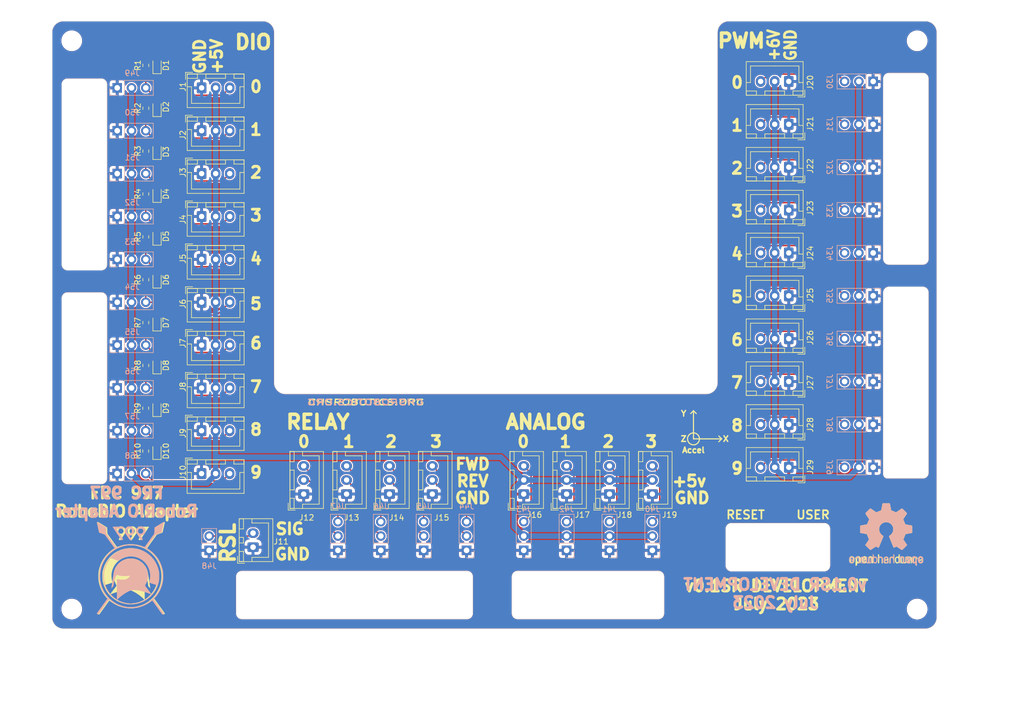
<source format=kicad_pcb>
(kicad_pcb (version 20221018) (generator pcbnew)
  (layers (0 "F.Cu" mixed) (1 "In1.Cu" power) (2 "In2.Cu" power) (31 "B.Cu" power) (34 "B.Paste" user) (35 "F.Paste" user) (36 "B.SilkS" user "B.Silkscreen") (37 "F.SilkS" user "F.Silkscreen") (38 "B.Mask" user) (39 "F.Mask" user) (44 "Edge.Cuts" user))
  (net 0 "")
  (net 1 "GND")
  (net 2 "+5V")
  (net 3 "Net-(D1-A)")
  (net 4 "Net-(D2-A)")
  (net 5 "Net-(D3-A)")
  (net 6 "Net-(D4-A)")
  (net 7 "Net-(D5-A)")
  (net 8 "Net-(D6-A)")
  (net 9 "Net-(D7-A)")
  (net 10 "Net-(D8-A)")
  (net 11 "DIO9")
  (net 12 "DIO8")
  (net 13 "DIO6")
  (net 14 "DIO7")
  (net 15 "DIO3")
  (net 16 "DIO1")
  (net 17 "DIO2")
  (net 18 "DIO4")
  (net 19 "DIO5")
  (net 20 "DIO0")
  (net 21 "Net-(D9-A)")
  (net 22 "RSL_SIG")
  (net 23 "R0REV")
  (net 24 "R0FWD")
  (net 25 "R1REV")
  (net 26 "R1FWD")
  (net 27 "R2REV")
  (net 28 "R2FWD")
  (net 29 "R3REV")
  (net 30 "R3FWD")
  (net 31 "A0")
  (net 32 "A1")
  (net 33 "A2")
  (net 34 "A3")
  (net 35 "+6V")
  (net 36 "PWM0")
  (net 37 "PWM1")
  (net 38 "PWM2")
  (net 39 "PWM3")
  (net 40 "PWM4")
  (net 41 "PWM5")
  (net 42 "PWM6")
  (net 43 "PWM7")
  (net 44 "PWM8")
  (net 45 "PWM9")
  (net 46 "Net-(D10-A)")
  (footprint "Connector_JST:JST_XH_B3B-XH-A_1x03_P2.50mm_Vertical" (layer "F.Cu") (at 186.4341 50.2218 180)
    (fp_text reference "J20")
    (fp_text value "Conn_01x03" hide)
  )
  (footprint "Connector_JST:JST_XH_B3B-XH-A_1x03_P2.50mm_Vertical" (layer "F.Cu") (at 82.0831 104.7044)
    (fp_text reference "J8")
    (fp_text value "Conn_01x03" hide)
  )
  (footprint "Connector_JST:JST_XH_B3B-XH-A_1x03_P2.50mm_Vertical" (layer "F.Cu") (at 162.1911 123.5592 90)
    (fp_text reference "J19")
    (fp_text value "Conn_01x03" hide)
  )
  (footprint "MountingHole:MountingHole_3.2mm_M3" (layer "F.Cu") (at 209.25 144)
    (fp_text reference "REF**" hide)
    (fp_text value "MountingHole_3.2mm_M3" hide)
  )
  (footprint "Resistor_SMD:R_0603_1608Metric" (layer "F.Cu") (at 72.1631 62.6044 90)
    (fp_text reference "R3")
    (fp_text value "680" hide)
  )
  (footprint "Connector_JST:JST_XH_B3B-XH-A_1x03_P2.50mm_Vertical" (layer "F.Cu") (at 186.4341 80.7018 180)
    (fp_text reference "J24")
    (fp_text value "Conn_01x03" hide)
  )
  (footprint "Connector_JST:JST_XH_B3B-XH-A_1x03_P2.50mm_Vertical" (layer "F.Cu") (at 186.4341 88.3218 180)
    (fp_text reference "J25")
    (fp_text value "Conn_01x03" hide)
  )
  (footprint "Connector_JST:JST_XH_B3B-XH-A_1x03_P2.50mm_Vertical" (layer "F.Cu") (at 100.225 123.5592 90)
    (fp_text reference "J12")
    (fp_text value "Conn_01x03" hide)
  )
  (footprint "Connector_JST:JST_XH_B3B-XH-A_1x03_P2.50mm_Vertical" (layer "F.Cu") (at 115.465 123.5592 90)
    (fp_text reference "J14")
    (fp_text value "Conn_01x03" hide)
  )
  (footprint "Connector_JST:JST_XH_B3B-XH-A_1x03_P2.50mm_Vertical" (layer "F.Cu") (at 82.0831 58.9844)
    (fp_text reference "J2")
    (fp_text value "Conn_01x03" hide)
  )
  (footprint "Connector_JST:JST_XH_B3B-XH-A_1x03_P2.50mm_Vertical" (layer "F.Cu") (at 186.4341 65.4618 180)
    (fp_text reference "J22")
    (fp_text value "Conn_01x03" hide)
  )
  (footprint "Connector_JST:JST_XH_B3B-XH-A_1x03_P2.50mm_Vertical" (layer "F.Cu") (at 82.0831 97.0844)
    (fp_text reference "J7")
    (fp_text value "Conn_01x03" hide)
  )
  (footprint "Connector_JST:JST_XH_B3B-XH-A_1x03_P2.50mm_Vertical" (layer "F.Cu") (at 139.3311 123.5592 90)
    (fp_text reference "J16")
    (fp_text value "Conn_01x03" hide)
  )
  (footprint "Resistor_SMD:R_0603_1608Metric" (layer "F.Cu") (at 72.1631 100.7044 90)
    (fp_text reference "R8")
    (fp_text value "680" hide)
  )
  (footprint "Connector_JST:JST_XH_B3B-XH-A_1x03_P2.50mm_Vertical" (layer "F.Cu") (at 186.4341 118.8018 180)
    (fp_text reference "J29")
    (fp_text value "Conn_01x03" hide)
  )
  (footprint "Connector_JST:JST_XH_B3B-XH-A_1x03_P2.50mm_Vertical" (layer "F.Cu") (at 82.0681 112.2994)
    (fp_text reference "J9")
    (fp_text value "Conn_01x03" hide)
  )
  (footprint "LED_SMD:LED_0603_1608Metric" (layer "F.Cu") (at 74.1481 115.9194 90)
    (fp_text reference "D10")
    (fp_text value "YELLOW" hide)
  )
  (footprint "Symbol:OSHW-Logo2_14.6x12mm_SilkScreen" (layer "F.Cu") (at 203.75 130.75)
    (fp_text reference "REF**" hide)
    (fp_text value "OSHW-Logo2_14.6x12mm_SilkScreen" hide)
  )
  (footprint "Connector_JST:JST_XH_B3B-XH-A_1x03_P2.50mm_Vertical" (layer "F.Cu") (at 107.845 123.5592 90)
    (fp_text reference "J13")
    (fp_text value "Conn_01x03" hide)
  )
  (footprint "Resistor_SMD:R_0603_1608Metric" (layer "F.Cu") (at 72.1631 93.0844 90)
    (fp_text reference "R7")
    (fp_text value "680" hide)
  )
  (footprint "Connector_JST:JST_XH_B3B-XH-A_1x03_P2.50mm_Vertical" (layer "F.Cu") (at 82.0831 66.6044)
    (fp_text reference "J3")
    (fp_text value "Conn_01x03" hide)
  )
  (footprint "LED_SMD:LED_0603_1608Metric" (layer "F.Cu") (at 74.1631 54.9844 90)
    (fp_text reference "D2")
    (fp_text value "YELLOW" hide)
  )
  (footprint "Resistor_SMD:R_0603_1608Metric" (layer "F.Cu") (at 72.1631 54.9844 90)
    (fp_text reference "R2")
    (fp_text value "680" hide)
  )
  (footprint "LED_SMD:LED_0603_1608Metric" (layer "F.Cu") (at 74.1631 77.8444 90)
    (fp_text reference "D5")
    (fp_text value "RED" hide)
  )
  (footprint "Connector_JST:JST_XH_B3B-XH-A_1x03_P2.50mm_Vertical" (layer "F.Cu") (at 82.0681 119.9194)
    (fp_text reference "J10")
    (fp_text value "Conn_01x03" hide)
  )
  (footprint "Connector_JST:JST_XH_B2B-XH-A_1x02_P2.50mm_Vertical" (layer "F.Cu") (at 91.225 133 90)
    (fp_text reference "J11")
    (fp_text value "Conn_01x02" hide)
  )
  (footprint "Connector_JST:JST_XH_B3B-XH-A_1x03_P2.50mm_Vertical" (layer "F.Cu") (at 82.0831 89.4644)
    (fp_text reference "J6")
    (fp_text value "Conn_01x03" hide)
  )
  (footprint "Resistor_SMD:R_0603_1608Metric" (layer "F.Cu") (at 72.1631 85.4644 90)
    (fp_text reference "R6")
    (fp_text value "680" hide)
  )
  (footprint "MountingHole:MountingHole_3.2mm_M3" (layer "F.Cu") (at 209.25 43)
    (fp_text reference "REF**" hide)
    (fp_text value "MountingHole_3.2mm_M3" hide)
  )
  (footprint "Connector_JST:JST_XH_B3B-XH-A_1x03_P2.50mm_Vertical" (layer "F.Cu") (at 146.9511 123.5592 90)
    (fp_text reference "J17")
    (fp_text value "Conn_01x03" hide)
  )
  (footprint "Resistor_SMD:R_0603_1608Metric" (layer "F.Cu") (at 72.1631 47.3644 90)
    (fp_text reference "R1")
    (fp_text value "680" hide)
  )
  (footprint "LED_SMD:LED_0603_1608Metric" (layer "F.Cu") (at 74.1631 85.4644 90)
    (fp_text reference "D6")
    (fp_text value "YELLOW" hide)
  )
  (footprint "Connector_JST:JST_XH_B3B-XH-A_1x03_P2.50mm_Vertical" (layer "F.Cu") (at 82.0831 74.2244)
    (fp_text reference "J4")
    (fp_text value "Conn_01x03" hide)
  )
  (footprint "Resistor_SMD:R_0603_1608Metric" (layer "F.Cu") (at 72.1631 77.8444 90)
    (fp_text reference "R5")
    (fp_text value "680" hide)
  )
  (footprint "LED_SMD:LED_0603_1608Metric" (layer "F.Cu") (at 74.1481 108.2994 90)
    (fp_text reference "D9")
    (fp_text value "RED" hide)
  )
  (footprint "LOGO" (layer "F.Cu") (at 69.5 135.75)
    (fp_text reference "G***" hide)
    (fp_text value "LOGO" hide)
  )
  (footprint "LED_SMD:LED_0603_1608Metric" (layer "F.Cu") (at 74.1631 100.7044 90)
    (fp_text reference "D8")
    (fp_text value "BLUE" hide)
  )
  (footprint "MountingHole:MountingHole_3.2mm_M3" (layer "F.Cu") (at 59 43)
    (fp_text reference "REF**" hide)
    (fp_text value "MountingHole_3.2mm_M3" hide)
  )
  (footprint "Connector_JST:JST_XH_B3B-XH-A_1x03_P2.50mm_Vertical" (layer "F.Cu") (at 186.4341 103.5618 180)
    (fp_text reference "J27")
    (fp_text value "Conn_01x03" hide)
  )
  (footprint "Connector_JST:JST_XH_B3B-XH-A_1x03_P2.50mm_Vertical" (layer "F.Cu") (at 186.4341 73.0818 180)
    (fp_text reference "J23")
    (fp_text value "Conn_01x03" hide)
  )
  (footprint "Connector_JST:JST_XH_B3B-XH-A_1x03_P2.50mm_Vertical" (layer "F.Cu") (at 82.0831 51.3644)
    (fp_text reference "J1")
    (fp_text value "Conn_01x03" hide)
  )
  (footprint "LED_SMD:LED_0603_1608Metric" (layer "F.Cu") (at 74.1631 62.6044 90)
    (fp_text reference "D3")
    (fp_text value "GREEN" hide)
  )
  (footprint "LED_SMD:LED_0603_1608Metric" (layer "F.Cu") (at 74.1631 47.3644 90)
    (fp_text reference "D1")
    (fp_text value "RED" hide)
  )
  (footprint "LED_SMD:LED_0603_1608Metric" (layer "F.Cu") (at 74.1631 93.0844 90)
    (fp_text reference "D7")
    (fp_text value "GREEN" hide)
  )
  (footprint "Connector_JST:JST_XH_B3B-XH-A_1x03_P2.50mm_Vertical" (layer "F.Cu") (at 82.0831 81.8444)
    (fp_text reference "J5")
    (fp_text value "Conn_01x03" hide)
  )
  (footprint "Resistor_SMD:R_0603_1608Metric" (layer "F.Cu") (at 72.1481 115.9194 90)
    (fp_text reference "R10")
    (fp_text value "680" hide)
  )
  (footprint "Connector_JST:JST_XH_B3B-XH-A_1x03_P2.50mm_Vertical" (layer "F.Cu") (at 123.085 123.5592 90)
    (fp_text reference "J15")
    (fp_text value "Conn_01x03" hide)
  )
  (footprint "MountingHole:MountingHole_3.2mm_M3" (layer "F.Cu") (at 59 144)
    (fp_text reference "REF**" hide)
    (fp_text value "MountingHole_3.2mm_M3" hide)
  )
  (footprint "LED_SMD:LED_0603_1608Metric" (layer "F.Cu") (at 74.1631 70.2244 90)
    (fp_text reference "D4")
    (fp_text value "BLUE" hide)
  )
  (footprint "Resistor_SMD:R_0603_1608Metric" (layer "F.Cu") (at 72.1631 70.2244 90)
    (fp_text reference "R4")
    (fp_text value "680" hide)
  )
  (footprint "Connector_JST:JST_XH_B3B-XH-A_1x03_P2.50mm_Vertical" (layer "F.Cu") (at 186.4341 95.9418 180)
    (fp_text reference "J26")
    (fp_text value "Conn_01x03" hide)
  )
  (footprint "Connector_JST:JST_XH_B3B-XH-A_1x03_P2.50mm_Vertical" (layer "F.Cu") (at 154.5711 123.5592 90)
    (fp_text reference "J18")
    (fp_text value "Conn_01x03" hide)
  )
  (footprint "Resistor_SMD:R_0603_1608Metric" (layer "F.Cu") (at 72.1481 108.2994 90)
    (fp_text reference "R9")
    (fp_text value "680" hide)
  )
  (footprint "Connector_JST:JST_XH_B3B-XH-A_1x03_P2.50mm_Vertical" (layer "F.Cu") (at 186.4341 57.8418 180)
    (fp_text reference "J21")
    (fp_text value "Conn_01x03" hide)
  )
  (footprint "Connector_JST:JST_XH_B3B-XH-A_1x03_P2.50mm_Vertical" (layer "F.Cu") (at 186.4341 111.1818 180)
    (fp_text reference "J28")
    (fp_text value "Conn_01x03" hide)
  )
  (footprint "Connector_PinSocket_2.54mm:PinSocket_1x03_P2.54mm_Vertical" (layer "B.Cu") (at 67.0831 104.7044 -90)
    (fp_text reference "J56")
    (fp_text value "Conn_01x03" hide)
  )
  (footprint "Connector_PinSocket_2.54mm:PinSocket_1x03_P2.54mm_Vertical" (layer "B.Cu") (at 129.1711 133.5592)
    (fp_text reference "J44")
    (fp_text value "Conn_01x03" hide)
  )
  (footprint "Connector_PinSocket_2.54mm:PinSocket_1x03_P2.54mm_Vertical" (layer "B.Cu") (at 67.0681 112.2994 -90)
    (fp_text reference "J57")
    (fp_text value "Conn_01x03" hide)
  )
  (footprint "Connector_PinSocket_2.54mm:PinSocket_1x03_P2.54mm_Vertical" (layer "B.Cu") (at 201.4341 103.5618 90)
    (fp_text reference "J37")
    (fp_text value "Conn_01x03" hide)
  )
  (footprint "Connector_PinSocket_2.54mm:PinSocket_1x03_P2.54mm_Vertical" (layer "B.Cu") (at 154.5711 133.5592)
    (fp_text reference "J41")
    (fp_text value "Conn_01x03" hide)
  )
  (footprint "Connector_PinSocket_2.54mm:PinSocket_1x03_P2.54mm_Vertical" (layer "B.Cu") (at 121.5511 133.5592)
    (fp_text reference "J45")
    (fp_text value "Conn_01x03" hide)
  )
  (footprint "Connector_PinSocket_2.54mm:PinSocket_1x03_P2.54mm_Vertical" (layer "B.Cu") (at 67.0831 97.0844 -90)
    (fp_text reference "J55")
    (fp_text value "Conn_01x03" hide)
  )
  (footprint "Connector_PinSocket_2.54mm:PinSocket_1x03_P2.54mm_Vertical" (layer "B.Cu") (at 201.4341 118.8018 90)
    (fp_text reference "J39")
    (fp_text value "Conn_01x03" hide)
  )
  (footprint "Connector_PinSocket_2.54mm:PinSocket_1x03_P2.54mm_Vertical" (layer "B.Cu") (at 162.1911 133.5592)
    (fp_text reference "J40")
    (fp_text value "Conn_01x03" hide)
  )
  (footprint "Connector_PinSocket_2.54mm:PinSocket_1x03_P2.54mm_Vertical" (layer "B.Cu") (at 201.4341 95.9418 90)
    (fp_text reference "J36")
    (fp_text value "Conn_01x03" hide)
  )
  (footprint "Connector_PinSocket_2.54mm:PinSocket_1x03_P2.54mm_Vertical" (layer "B.Cu") (at 201.4341 73.0818 90)
    (fp_text reference "J33")
    (fp_text value "Conn_01x03" hide)
  )
  (footprint "Connector_PinSocket_2.54mm:PinSocket_1x03_P2.54mm_Vertical" (layer "B.Cu") (at 67.0831 51.3644 -90)
    (fp_text reference "J49")
    (fp_text value "Conn_01x03" hide)
  )
  (footprint "Connector_PinSocket_2.54mm:PinSocket_1x03_P2.54mm_Vertical" (layer "B.Cu") (at 67.0831 58.9844 -90)
    (fp_text reference "J50")
    (fp_text value "Conn_01x03" hide)
  )
  (footprint "Connector_PinSocket_2.54mm:PinSocket_1x02_P2.54mm_Vertical" (layer "B.Cu") (at 83.4257 133.5592)
    (fp_text reference "J48")
    (fp_text value "Conn_01x02" hide)
  )
  (footprint "Connector_PinSocket_2.54mm:PinSocket_1x03_P2.54mm_Vertical" (layer "B.Cu") (at 146.9511 133.5592)
    (fp_text reference "J42")
    (fp_text value "Conn_01x03" hide)
  )
  (footprint "Connector_PinSocket_2.54mm:PinSocket_1x03_P2.54mm_Vertical" (layer "B.Cu") (at 201.4341 80.7018 90)
    (fp_text reference "J34")
    (fp_text value "Conn_01x03" hide)
  )
  (footprint "Connector_PinSocket_2.54mm:PinSocket_1x03_P2.54mm_Vertical" (layer "B.Cu") (at 113.9311 133.5592)
    (fp_text reference "J46")
    (fp_text value "Conn_01x03" hide)
  )
  (footprint "LOGO" (layer "B.Cu") (at 69.5 135.75 180)
    (fp_text reference "G***" hide)
    (fp_text value "LOGO" hide)
  )
  (footprint "Connector_PinSocket_2.54mm:PinSocket_1x03_P2.54mm_Vertical" (layer "B.Cu") (at 67.0831 81.8444 -90)
    (fp_text reference "J53")
    (fp_text value "Conn_01x03" hide)
  )
  (footprint "Connector_PinSocket_2.54mm:PinSocket_1x03_P2.54mm_Vertical" (layer "B.Cu") (at 201.4341 50.2218 90)
    (fp_text reference "J30")
    (fp_text value "Conn_01x03" hide)
  )
  (footprint "Connector_PinSocket_2.54mm:PinSocket_1x03_P2.54mm_Vertical" (layer "B.Cu") (at 67.0681 119.9194 -90)
    (fp_text reference "J58")
    (fp_text value "Conn_01x03" hide)
  )
  (footprint "Connector_PinSocket_2.54mm:PinSocket_1x03_P2.54mm_Vertical" (layer "B.Cu") (at 201.4341 57.8418 90)
    (fp_text reference "J31")
    (fp_text value "Conn_01x03" hide)
  )
  (footprint "Connector_PinSocket_2.54mm:PinSocket_1x03_P2.54mm_Vertical" (layer "B.Cu") (at 139.3311 133.5592)
    (fp_text reference "J43")
    (fp_text value "Conn_01x03" hide)
  )
  (footprint "Connector_PinSocket_2.54mm:PinSocket_1x03_P2.54mm_Vertical" (layer "B.Cu") (at 67.0831 74.2244 -90)
    (fp_text reference "J52")
    (fp_text value "Conn_01x03" hide)
  )
  (footprint "Connector_PinSocket_2.54mm:PinSocket_1x03_P2.54mm_Vertical" (layer "B.Cu") (at 201.4341 88.3218 90)
    (fp_text reference "J35")
    (fp_text value "Conn_01x03" hide)
  )
  (footprint "Connector_PinSocket_2.54mm:PinSocket_1x03_P2.54mm_Vertical" (layer "B.Cu") (at 201.4341 65.4618 90)
    (fp_text reference "J32")
    (fp_text value "Conn_01x03" hide)
  )
  (footprint "Connector_PinSocket_2.54mm:PinSocket_1x03_P2.54mm_Vertical" (layer "B.Cu") (at 67.0831 66.6044 -90)
    (fp_text reference "J51")
    (fp_text value "Conn_01x03" hide)
  )
  (footprint "Symbol:OSHW-Logo2_14.6x12mm_SilkScreen" (layer "B.Cu") (at 203.75 130.75 180)
    (fp_text reference "REF**" hide)
    (fp_text value "OSHW-Logo2_14.6x12mm_SilkScreen" hide)
  )
  (footprint "Connector_PinSocket_2.54mm:PinSocket_1x03_P2.54mm_Vertical" (layer "B.Cu") (at 201.4341 111.1818 90)
    (fp_text reference "J38")
    (fp_text value "Conn_01x03" hide)
  )
  (footprint "Connector_PinSocket_2.54mm:PinSocket_1x03_P2.54mm_Vertical" (layer "B.Cu") (at 106.3111 133.5592)
    (fp_text reference "J47")
    (fp_text value "Conn_01x03" hide)
  )
  (footprint "Connector_PinSocket_2.54mm:PinSocket_1x03_P2.54mm_Vertical" (layer "B.Cu") (at 67.0831 89.4644 -90)
    (fp_text reference "J54")
    (fp_text value "Conn_01x03" hide)
  )
  (gr_line (start 169.5 108.75) (end 170 109.25) (stroke (width 0.2)) (layer "F.SilkS"))
  (gr_line (start 169.5 108.75) (end 169 109.25) (stroke (width 0.2)) (layer "F.SilkS"))
  (gr_line (start 169.5 113.75) (end 169.5 108.75) (stroke (width 0.2)) (layer "F.SilkS"))
  (gr_line (start 169.5 113.75) (end 174.5 113.75) (stroke (width 0.2)) (layer "F.SilkS"))
  (gr_circle (center 169.5 113.75) (end 170.56066 113.75) (stroke (width 0.2)) (fill none) (layer "F.SilkS"))
  (gr_line (start 174.5 113.75) (end 174 113.25) (stroke (width 0.2)) (layer "F.SilkS"))
  (gr_line (start 174.5 113.75) (end 174 114.25) (stroke (width 0.2)) (layer "F.SilkS"))
  (gr_arc (start 64.25 87.75) (mid 64.957107 88.042893) (end 65.25 88.75) (stroke (width 0.05)) (layer "Edge.Cuts"))
  (gr_arc (start 65.25 120.75) (mid 64.957107 121.457107) (end 64.25 121.75) (stroke (width 0.05)) (layer "Edge.Cuts"))
  (gr_arc (start 138.25 145.75) (mid 137.542893 145.457107) (end 137.25 144.75) (stroke (width 0.05)) (layer "Edge.Cuts"))
  (gr_arc (start 129.25 137.25) (mid 129.957107 137.542893) (end 130.25 138.25) (stroke (width 0.05)) (layer "Edge.Cuts"))
  (gr_arc (start 204.25 82.75) (mid 203.542893 82.457107) (end 203.25 81.75) (stroke (width 0.05)) (layer "Edge.Cuts"))
  (gr_arc (start 58.25 121.75) (mid 57.542893 121.457107) (end 57.25 120.75) (stroke (width 0.05)) (layer "Edge.Cuts"))
  (gr_line (start 58.25 121.75) (end 64.25 121.75) (stroke (width 0.05)) (layer "Edge.Cuts"))
  (gr_line (start 65.25 120.75) (end 65.25 88.75) (stroke (width 0.05)) (layer "Edge.Cuts"))
  (gr_arc (start 64.25 49.75) (mid 64.957107 50.042893) (end 65.25 50.75) (stroke (width 0.05)) (layer "Edge.Cuts"))
  (gr_arc (start 93 39.5) (mid 94.414214 40.085786) (end 95 41.5) (stroke (width 0.05)) (layer "Edge.Cuts"))
  (gr_line (start 204.25 82.75) (end 210.25 82.75) (stroke (width 0.05)) (layer "Edge.Cuts"))
  (gr_arc (start 173.75 41.5) (mid 174.335786 40.085786) (end 175.75 39.5) (stroke (width 0.05)) (layer "Edge.Cuts"))
  (gr_line (start 164.25 138.25) (end 164.25 144.75) (stroke (width 0.05)) (layer "Edge.Cuts"))
  (gr_arc (start 175.25 129.75) (mid 175.542893 129.042893) (end 176.25 128.75) (stroke (width 0.05)) (layer "Edge.Cuts"))
  (gr_line (start 58.25 87.75) (end 64.25 87.75) (stroke (width 0.05)) (layer "Edge.Cuts"))
  (gr_line (start 171.75 105.75) (end 97 105.75) (stroke (width 0.05)) (layer "Edge.Cuts"))
  (gr_line (start 193.75 129.75) (end 193.75 136.25) (stroke (width 0.05)) (layer "Edge.Cuts"))
  (gr_arc (start 212.75 145.5) (mid 212.164214 146.914214) (end 210.75 147.5) (stroke (width 0.05)) (layer "Edge.Cuts"))
  (gr_line (start 210.75 39.5) (end 175.75 39.5) (stroke (width 0.05)) (layer "Edge.Cuts"))
  (gr_line (start 88.25 138.25) (end 88.25 144.75) (stroke (width 0.05)) (layer "Edge.Cuts"))
  (gr_line (start 89.25 145.75) (end 129.25 145.75) (stroke (width 0.05)) (layer "Edge.Cuts"))
  (gr_arc (start 137.25 138.25) (mid 137.542893 137.542893) (end 138.25 137.25) (stroke (width 0.05)) (layer "Edge.Cuts"))
  (gr_arc (start 203.25 87.75) (mid 203.542893 87.042893) (end 204.25 86.75) (stroke (width 0.05)) (layer "Edge.Cuts"))
  (gr_arc (start 57.25 50.75) (mid 57.542893 50.042893) (end 58.25 49.75) (stroke (width 0.05)) (layer "Edge.Cuts"))
  (gr_line (start 57.25 88.75) (end 57.25 120.75) (stroke (width 0.05)) (layer "Edge.Cuts"))
  (gr_line (start 138.25 137.25) (end 163.25 137.25) (stroke (width 0.05)) (layer "Edge.Cuts"))
  (gr_line (start 64.25 83.75) (end 58.25 83.75) (stroke (width 0.05)) (layer "Edge.Cuts"))
  (gr_arc (start 203.25 49.75) (mid 203.542893 49.042893) (end 204.25 48.75) (stroke (width 0.05)) (layer "Edge.Cuts"))
  (gr_arc (start 173.75 103.75) (mid 173.164214 105.164214) (end 171.75 105.75) (stroke (width 0.05)) (layer "Edge.Cuts"))
  (gr_line (start 211.25 119.75) (end 211.25 87.75) (stroke (width 0.05)) (layer "Edge.Cuts"))
  (gr_line (start 204.25 86.75) (end 210.25 86.75) (stroke (width 0.05)) (layer "Edge.Cuts"))
  (gr_arc (start 211.25 81.75) (mid 210.957107 82.457107) (end 210.25 82.75) (stroke (width 0.05)) (layer "Edge.Cuts"))
  (gr_line (start 93 39.5) (end 57.5 39.5) (stroke (width 0.05)) (layer "Edge.Cuts"))
  (gr_line (start 211.25 81.75) (end 211.25 49.75) (stroke (width 0.05)) (layer "Edge.Cuts"))
  (gr_line (start 65.25 50.75) (end 65.25 82.75) (stroke (width 0.05)) (layer "Edge.Cuts"))
  (gr_line (start 57.25 50.75) (end 57.25 82.75) (stroke (width 0.05)) (layer "Edge.Cuts"))
  (gr_line (start 163.25 145.75) (end 138.25 145.75) (stroke (width 0.05)) (layer "Edge.Cuts"))
  (gr_line (start 130.25 138.25) (end 130.25 144.75) (stroke (width 0.05)) (layer "Edge.Cuts"))
  (gr_arc (start 204 120.75) (mid 203.46967 120.53033) (end 203.25 120) (stroke (width 0.05)) (layer "Edge.Cuts"))
  (gr_line (start 212.75 145.5) (end 212.75 41.5) (stroke (width 0.05)) (layer "Edge.Cuts"))
  (gr_arc (start 58.25 83.75) (mid 57.542893 83.457107) (end 57.25 82.75) (stroke (width 0.05)) (layer "Edge.Cuts"))
  (gr_arc (start 163.25 137.25) (mid 163.957107 137.542893) (end 164.25 138.25) (stroke (width 0.05)) (layer "Edge.Cuts"))
  (gr_arc (start 192.75 128.75) (mid 193.457107 129.042893) (end 193.75 129.75) (stroke (width 0.05)) (layer "Edge.Cuts"))
  (gr_arc (start 211.25 119.75) (mid 210.957107 120.457107) (end 210.25 120.75) (stroke (width 0.05)) (layer "Edge.Cuts"))
  (gr_arc (start 57.25 88.75) (mid 57.542893 88.042893) (end 58.25 87.75) (stroke (width 0.05)) (layer "Edge.Cuts"))
  (gr_arc (start 89.25 145.75) (mid 88.542893 145.457107) (end 88.25 144.75) (stroke (width 0.05)) (layer "Edge.Cuts"))
  (gr_line (start 203.25 87.75) (end 203.25 120) (stroke (width 0.05)) (layer "Edge.Cuts"))
  (gr_line (start 129.25 137.25) (end 89.25 137.25) (stroke (width 0.05)) (layer "Edge.Cuts"))
  (gr_arc (start 176.25 137.25) (mid 175.542893 136.957107) (end 175.25 136.25) (stroke (width 0.05)) (layer "Edge.Cuts"))
  (gr_line (start 176.25 137.25) (end 192.75 137.25) (stroke (width 0.05)) (layer "Edge.Cuts"))
  (gr_line (start 58.25 49.75) (end 64.25 49.75) (stroke (width 0.05)) (layer "Edge.Cuts"))
  (gr_arc (start 210.25 48.75) (mid 210.957107 49.042893) (end 211.25 49.75) (stroke (width 0.05)) (layer "Edge.Cuts"))
  (gr_line (start 203.25 49.75) (end 203.25 81.75) (stroke (width 0.05)) (layer "Edge.Cuts"))
  (gr_arc (start 55.5 41.5) (mid 56.085786 40.085786) (end 57.5 39.5) (stroke (width 0.05)) (layer "Edge.Cuts"))
  (gr_arc (start 210.75 39.5) (mid 212.164214 40.085786) (end 212.75 41.5) (stroke (width 0.05)) (layer "Edge.Cuts"))
  (gr_line (start 204 120.75) (end 210.25 120.75) (stroke (width 0.05)) (layer "Edge.Cuts"))
  (gr_line (start 55.5 41.5) (end 55.5 145.5) (stroke (width 0.05)) (layer "Edge.Cuts"))
  (gr_arc (start 210.25 86.75) (mid 210.957107 87.042893) (end 211.25 87.75) (stroke (width 0.05)) (layer "Edge.Cuts"))
  (gr_line (start 57.5 147.5) (end 210.75 147.5) (stroke (width 0.05)) (layer "Edge.Cuts"))
  (gr_arc (start 164.25 144.75) (mid 163.957107 145.457107) (end 163.25 145.75) (stroke (width 0.05)) (layer "Edge.Cuts"))
  (gr_line (start 210.25 48.75) (end 204.25 48.75) (stroke (width 0.05)) (layer "Edge.Cuts"))
  (gr_line (start 137.25 144.75) (end 137.25 138.25) (stroke (width 0.05)) (layer "Edge.Cuts"))
  (gr_line (start 95 41.5) (end 95 103.75) (stroke (width 0.05)) (layer "Edge.Cuts"))
  (gr_arc (start 97 105.75) (mid 95.585786 105.164214) (end 95 103.75) (stroke (width 0.05)) (layer "Edge.Cuts"))
  (gr_line (start 173.75 103.75) (end 173.75 41.5) (stroke (width 0.05)) (layer "Edge.Cuts"))
  (gr_arc (start 57.5 147.5) (mid 56.085786 146.914214) (end 55.5 145.5) (stroke (width 0.05)) (layer "Edge.Cuts"))
  (gr_line (start 176.25 128.75) (end 192.75 128.75) (stroke (width 0.05)) (layer "Edge.Cuts"))
  (gr_arc (start 130.25 144.75) (mid 129.957107 145.457107) (end 129.25 145.75) (stroke (width 0.05)) (layer "Edge.Cuts"))
  (gr_arc (start 65.25 82.75) (mid 64.957107 83.457107) (end 64.25 83.75) (stroke (width 0.05)) (layer "Edge.Cuts"))
  (gr_line (start 175.25 129.75) (end 175.25 136.25) (stroke (width 0.05)) (layer "Edge.Cuts"))
  (gr_arc (start 88.25 138.25) (mid 88.542893 137.542893) (end 89.25 137.25) (stroke (width 0.05)) (layer "Edge.Cuts"))
  (gr_arc (start 193.75 136.25) (mid 193.457107 136.957107) (end 192.75 137.25) (stroke (width 0.05)) (layer "Edge.Cuts"))
  (gr_text "CHSROBOTICS.ORG" (at 111.25 107.25) (layer "B.SilkS") (effects (font (size 1 1.5) (thickness 0.25) italic) (justify mirror)))
  (gr_text "FRC 997\nRoboRIO Adapter" (at 68.75 125) (layer "B.SilkS") (effects (font (size 2 2) (thickness 0.5)) (justify mirror)))
  (gr_text "v0.1SR DEVELOPMENT\nJuly 2023" (at 184 141.25) (layer "B.SilkS") (effects (font (size 2 2) (thickness 0.5)) (justify mirror)))
  (gr_text "GND" (at 98.25 134.25) (layer "F.SilkS") (effects (font (size 2 2) (thickness 0.5))))
  (gr_text "1" (at 177.25 58.0418) (layer "F.SilkS") (effects (font (size 2 2) (thickness 0.5))))
  (gr_text "RESET" (at 178.75 127.25) (layer "F.SilkS") (effects (font (size 1.5 1.5) (thickness 0.3))))
  (gr_text "ANALOG" (at 143.25 110.75) (layer "F.SilkS") (effects (font (size 2.5 2.5) (thickness 0.625))))
  (gr_text "0" (at 91.75 51.1644) (layer "F.SilkS") (effects (font (size 2 2) (thickness 0.5))))
  (gr_text "0" (at 100.25 114.25) (layer "F.SilkS") (effects (font (size 2 2) (thickness 0.5))))
  (gr_text "DIO" (at 91.25 43.25) (layer "F.SilkS") (effects (font (size 2.5 2.5) (thickness 0.625))))
  (gr_text "2" (at 154.3711 114.25) (layer "F.SilkS") (effects (font (size 2 2) (thickness 0.5))))
  (gr_text "FWD" (at 130.25 118.25) (layer "F.SilkS") (effects (font (size 2 2) (thickness 0.5))))
  (gr_text "RELAY" (at 102.75 110.75) (layer "F.SilkS") (effects (font (size 2.5 2.5) (thickness 0.625))))
  (gr_text "2" (at 115.75 114.25) (layer "F.SilkS") (effects (font (size 2 2) (thickness 0.5))))
  (gr_text "Z" (at 167.75 113.75) (layer "F.SilkS") (effects (font (size 1 1) (thickness 0.25))))
  (gr_text "6" (at 177.25 96.1418) (layer "F.SilkS") (effects (font (size 2 2) (thickness 0.5))))
  (gr_text "GND" (at 81.75 45.75 90) (layer "F.SilkS") (effects (font (size 2 2) (thickness 0.5))))
  (gr_text "0" (at 139.25 114.25) (layer "F.SilkS") (effects (font (size 2 2) (thickness 0.5))))
  (gr_text "6" (at 91.75 96.75) (layer "F.SilkS") (effects (font (size 2 2) (thickness 0.5))))
  (gr_text "CHSROBOTICS.ORG" (at 111.25 107.25) (layer "F.SilkS") (effects (font (size 1 1.5) (thickness 0.25) italic)))
  (gr_text "3" (at 91.75 74.0244) (layer "F.SilkS") (effects (font (size 2 2) (thickness 0.5))))
  (gr_text "2" (at 91.75 66.4044) (layer "F.SilkS") (effects (font (size 2 2) (thickness 0.5))))
  (gr_text "SIG" (at 97.75 129.75) (layer "F.SilkS") (effects (font (size 2 2) (thickness 0.5))))
  (gr_text "+5V" (at 84.75 45.75 90) (layer "F.SilkS") (effects (font (size 2 2) (thickness 0.5))))
  (gr_text "REV" (at 130.25 121.25) (layer "F.SilkS") (effects (font (size 2 2) (thickness 0.5))))
  (gr_text "7" (at 91.75 104.5044) (layer "F.SilkS") (effects (font (size 2 2) (thickness 0.5))))
  (gr_text "RSL" (at 86.75 132.25 90) (layer "F.SilkS") (effects (font (size 2.5 2.5) (thickness 0.625))))
  (gr_text "4" (at 91.75 81.75) (layer "F.SilkS") (effects (font (size 2 2) (thickness 0.5))))
  (gr_text "GND" (at 169.25 124.25) (layer "F.SilkS") (effects (font (size 2 2) (thickness 0.5))))
  (gr_text "+5v" (at 168.75 121.25) (layer "F.SilkS") (effects (font (size 2 2) (thickness 0.5))))
  (gr_text "3" (at 161.9911 114.25) (layer "F.SilkS") (effects (font (size 2 2) (thickness 0.5))))
  (gr_text "+6V" (at 183.75 43.75 90) (layer "F.SilkS") (effects (font (size 2 1.8) (thickness 0.45))))
  (gr_text "2" (at 177.25 65.6618) (layer "F.SilkS") (effects (font (size 2 2) (thickness 0.5))))
  (gr_text "1" (at 108.25 114.25) (layer "F.SilkS") (effects (font (size 2 2) (thickness 0.5))))
  (gr_text "FRC 997\nRoboRIO Adapter" (at 68.75 125) (layer "F.SilkS") (effects (font (size 2 2) (thickness 0.5))))
  (gr_text "9" (at 91.75 119.7194) (layer "F.SilkS") (effects (font (size 2 2) (thickness 0.5))))
  (gr_text "PWM" (at 178 43) (layer "F.SilkS") (effects (font (size 2.5 2.5) (thickness 0.625))))
  (gr_text "Y" (at 167.75 109.25) (layer "F.SilkS") (effects (font (size 1 1) (thickness 0.25))))
  (gr_text "0" (at 177.25 50.4218) (layer "F.SilkS") (effects (font (size 2 2) (thickness 0.5))))
  (gr_text "Accel" (at 169.5 115.75) (layer "F.SilkS") (effects (font (size 1 1) (thickness 0.25))))
  (gr_text "GND" (at 130.25 124.25) (layer "F.SilkS") (effects (font (size 2 2) (thickness 0.5))))
  (gr_text "1" (at 146.7511 114.25) (layer "F.SilkS") (effects (font (size 2 2) (thickness 0.5))))
  (gr_text "5" (at 177.25 88.5218) (layer "F.SilkS") (effects (font (size 2 2) (thickness 0.5))))
  (gr_text "3" (at 123.75 114.25) (layer "F.SilkS") (effects (font (size 2 2) (thickness 0.5))))
  (gr_text "8" (at 177.25 111.3818) (layer "F.SilkS") (effects (font (size 2 2) (thickness 0.5))))
  (gr_text "v0.1SR DEVELOPMENT\nJuly 2023" (at 184.25 141.5) (layer "F.SilkS") (effects (font (size 2 2) (thickness 0.5))))
  (gr_text "GND" (at 186.75 43.75 90) (layer "F.SilkS") (effects (font (size 2 1.8) (thickness 0.45))))
  (gr_text "3" (at 177.25 73.2818) (layer "F.SilkS") (effects (font (size 2 2) (thickness 0.5))))
  (gr_text "1" (at 91.75 58.7844) (layer "F.SilkS") (effects (font (size 2 2) (thickness 0.5))))
  (gr_text "9" (at 177.25 119.0018) (layer "F.SilkS") (effects (font (size 2 2) (thickness 0.5))))
  (gr_text "USER" (at 190.75 127.25) (layer "F.SilkS") (effects (font (size 1.5 1.5) (thickness 0.3))))
  (gr_text "8" (at 91.75 112.0994) (layer "F.SilkS") (effects (font (size 2 2) (thickness 0.5))))
  (gr_text "4" (at 177.25 80.9018) (layer "F.SilkS") (effects (font (size 2 2) (thickness 0.5))))
  (gr_text "5" (at 91.75 89.75) (layer "F.SilkS") (effects (font (size 2 2) (thickness 0.5))))
  (gr_text "7" (at 177.25 103.7618) (layer "F.SilkS") (effects (font (size 2 2) (thickness 0.5))))
  (gr_text "X" (at 175.25 113.75) (layer "F.SilkS") (effects (font (size 1 1) (thickness 0.25))))
  (segment (start 84.5831 66.6044) (end 84.5831 51.3644) (width 1) (layer "B.Cu") (net 2))
  (segment (start 69.6231 51.3644) (end 69.6231 58.9844) (width 1) (layer "B.Cu") (net 2))
  (segment (start 85.132 117.0042) (end 84.5681 117.5681) (width 1) (layer "B.Cu") (net 2))
  (segment (start 84.5681 117.5681) (end 84.5681 104.7194) (width 1) (layer "B.Cu") (net 2))
  (segment (start 137.6511 122.563626) (end 139.155526 121.0592) (width 1) (layer "B.Cu") (net 2))
  (segment (start 139.3311 121.0592) (end 162.1911 121.0592) (width 1) (layer "B.Cu") (net 2))
  (segment (start 69.6231 104.7044) (end 69.6231 119.9044) (width 1) (layer "B.Cu") (net 2))
  (segment (start 69.6081 119.9194) (end 71.2881 121.5994) (width 1) (layer "B.Cu") (net 2))
  (segment (start 69.6231 58.9844) (end 69.6231 81.8444) (width 1) (layer "B.Cu") (net 2))
  (segment (start 135.2761 117.0042) (end 85.132 117.0042) (width 1) (layer "B.Cu") (net 2))
  (segment (start 84.5831 81.8444) (end 84.5831 66.6044) (width 1) (layer "B.Cu") (net 2))
  (segment (start 83.063674 121.5994) (end 84.5681 120.094974) (width 1) (layer "B.Cu") (net 2))
  (segment (start 84.5831 97.0844) (end 84.5831 81.8444) (width 1) (layer "B.Cu") (net 2))
  (segment (start 139.3311 131.0192) (end 137.6511 129.3392) (width 1) (layer "B.Cu") (net 2))
  (segment (start 137.6511 129.3392) (end 137.6511 122.563626) (width 1) (layer "B.Cu") (net 2))
  (segment (start 84.5681 119.9194) (end 84.5681 117.5681) (width 1) (layer "B.Cu") (net 2))
  (segment (start 71.2881 121.5994) (end 83.063674 121.5994) (width 1) (layer "B.Cu") (net 2))
  (segment (start 162.1911 131.0192) (end 139.3311 131.0192) (width 1) (layer "B.Cu") (net 2))
  (segment (start 69.6231 81.8444) (end 69.6231 104.7044) (width 1) (layer "B.Cu") (net 2))
  (segment (start 139.3311 121.0592) (end 135.2761 117.0042) (width 1) (layer "B.Cu") (net 2))
  (segment (start 84.5831 104.7044) (end 84.5831 97.0844) (width 1) (layer "B.Cu") (net 2))
  (segment (start 72.1631 46.5394) (end 74.1256 46.5394) (width 0.25) (layer "F.Cu") (net 3))
  (segment (start 72.1631 54.1594) (end 74.1256 54.1594) (width 0.25) (layer "F.Cu") (net 4))
  (segment (start 72.1631 61.7794) (end 74.1256 61.7794) (width 0.25) (layer "F.Cu") (net 5))
  (segment (start 72.1631 69.3994) (end 74.1256 69.3994) (width 0.25) (layer "F.Cu") (net 6))
  (segment (start 72.1631 77.0194) (end 74.1256 77.0194) (width 0.25) (layer "F.Cu") (net 7))
  (segment (start 72.1631 84.6394) (end 74.1256 84.6394) (width 0.25) (layer "F.Cu") (net 8))
  (segment (start 72.1631 92.2594) (end 74.1256 92.2594) (width 0.25) (layer "F.Cu") (net 9))
  (segment (start 72.1631 99.8794) (end 74.1256 99.8794) (width 0.25) (layer "F.Cu") (net 10))
  (segment (start 85.7631 121.2244) (end 87.0681 119.9194) (width 0.25) (layer "F.Cu") (net 11))
  (segment (start 73.4531 121.2244) (end 85.7631 121.2244) (width 0.25) (layer "F.Cu") (net 11))
  (segment (start 72.1481 116.7444) (end 72.1481 119.9194) (width 0.25) (layer "F.Cu") (net 11))
  (segment (start 72.1481 119.9194) (end 73.4531 121.2244) (width 0.25) (layer "F.Cu") (net 11))
  (segment (start 72.1481 112.2994) (end 72.1481 109.1244) (width 0.25) (layer "F.Cu") (net 12))
  (segment (start 73.4531 113.6044) (end 85.7631 113.6044) (width 0.25) (layer "F.Cu") (net 12))
  (segment (start 85.7631 113.6044) (end 87.0681 112.2994) (width 0.25) (layer "F.Cu") (net 12))
  (segment (start 72.1481 112.2994) (end 73.4531 113.6044) (width 0.25) (layer "F.Cu") (net 12))
  (segment (start 72.1631 97.0844) (end 73.4681 98.3894) (width 0.25) (layer "F.Cu") (net 13))
  (segment (start 72.1631 93.9094) (end 72.1631 97.0844) (width 0.25) (layer "F.Cu") (net 13))
  (segment (start 85.7781 98.3894) (end 87.0831 97.0844) (width 0.25) (layer "F.Cu") (net 13))
  (segment (start 73.4681 98.3894) (end 85.7781 98.3894) (width 0.25) (layer "F.Cu") (net 13))
  (segment (start 72.1631 104.7044) (end 73.365181 104.7044) (width 0.25) (layer "F.Cu") (net 14))
  (segment (start 72.1631 104.7044) (end 72.1631 101.5294) (width 0.25) (layer "F.Cu") (net 14))
  (segment (start 74.670181 106.0094) (end 85.7781 106.0094) (width 0.25) (layer "F.Cu") (net 14))
  (segment (start 85.7781 106.0094) (end 87.0831 104.7044) (width 0.25) (layer "F.Cu") (net 14))
  (segment (start 73.365181 104.7044) (end 74.670181 106.0094) (width 0.25) (layer "F.Cu") (net 14))
  (segment (start 73.4681 75.5294) (end 85.7781 75.5294) (width 0.25) (layer "F.Cu") (net 15))
  (segment (start 72.1631 74.2244) (end 73.4681 75.5294) (width 0.25) (layer "F.Cu") (net 15))
  (segment (start 72.1481 71.0244) (end 72.1481 74.1994) (width 0.25) (layer "F.Cu") (net 15))
  (segment (start 85.7781 75.5294) (end 87.0831 74.2244) (width 0.25) (layer "F.Cu") (net 15))
  (segment (start 73.4681 60.2894) (end 85.7781 60.2894) (width 0.25) (layer "F.Cu") (net 16))
  (segment (start 72.1481 58.9594) (end 72.1481 55.7844) (width 0.25) (layer "F.Cu") (net 16))
  (segment (start 72.1631 58.9844) (end 73.4681 60.2894) (width 0.25) (layer "F.Cu") (net 16))
  (segment (start 85.7781 60.2894) (end 87.0831 58.9844) (width 0.25) (layer "F.Cu") (net 16))
  (segment (start 73.4681 67.9094) (end 85.7781 67.9094) (width 0.25) (layer "F.Cu") (net 17))
  (segment (start 72.1631 66.6044) (end 73.4681 67.9094) (width 0.25) (layer "F.Cu") (net 17))
  (segment (start 85.7781 67.9094) (end 87.0831 66.6044) (width 0.25) (layer "F.Cu") (net 17))
  (segment (start 72.1481 63.4044) (end 72.1481 66.5794) (width 0.25) (layer "F.Cu") (net 17))
  (segment (start 73.4681 83.1494) (end 85.7781 83.1494) (width 0.25) (layer "F.Cu") (net 18))
  (segment (start 85.7781 83.1494) (end 87.0831 81.8444) (width 0.25) (layer "F.Cu") (net 18))
  (segment (start 72.1481 78.6444) (end 72.1481 81.8194) (width 0.25) (layer "F.Cu") (net 18))
  (segment (start 72.1631 81.8444) (end 73.4681 83.1494) (width 0.25) (layer "F.Cu") (net 18))
  (segment (start 72.1631 89.4644) (end 73.365181 89.4644) (width 0.25) (layer "F.Cu") (net 19))
  (segment (start 73.365181 89.4644) (end 75.650781 91.75) (width 0.25) (layer "F.Cu") (net 19))
  (segment (start 72.1481 86.2644) (end 72.1481 89.4394) (width 0.25) (layer "F.Cu") (net 19))
  (segment (start 75.650781 91.75) (end 84.7975 91.75) (width 0.25) (layer "F.Cu") (net 19))
  (segment (start 84.7975 91.75) (end 87.0831 89.4644) (width 0.25) (layer "F.Cu") (net 19))
  (segment (start 85.7781 52.6694) (end 87.0831 51.3644) (width 0.25) (layer "F.Cu") (net 20))
  (segment (start 73.4681 52.6694) (end 85.7781 52.6694) (width 0.25) (layer "F.Cu") (net 20))
  (segment (start 72.1631 48.1894) (end 72.1631 51.3644) (width 0.25) (layer "F.Cu") (net 20))
  (segment (start 72.1631 51.3644) (end 73.4681 52.6694) (width 0.25) (layer "F.Cu") (net 20))
  (segment (start 72.1481 107.4744) (end 74.1106 107.4744) (width 0.25) (layer "F.Cu") (net 21))
  (segment (start 83.4257 131.0192) (end 90.7058 131.0192) (width 0.25) (layer "F.Cu") (net 22))
  (segment (start 104.75 129.4581) (end 106.3111 131.0192) (width 0.25) (layer "F.Cu") (net 23))
  (segment (start 104.75 124.75) (end 104.75 129.4581) (width 0.25) (layer "F.Cu") (net 23))
  (segment (start 101.0592 121.0592) (end 104.75 124.75) (width 0.25) (layer "F.Cu") (net 23))
  (segment (start 106.3111 128.4792) (end 106.3111 124.6453) (width 0.25) (layer "F.Cu") (net 24))
  (segment (start 106.3111 124.6453) (end 100.225 118.5592) (width 0.25) (layer "F.Cu") (net 24))
  (segment (start 112.7511 125.9653) (end 112.7511 129.8392) (width 0.25) (layer "F.Cu") (net 25))
  (segment (start 112.7511 129.8392) (end 113.9311 131.0192) (width 0.25) (layer "F.Cu") (net 25))
  (segment (start 107.845 121.0592) (end 112.7511 125.9653) (width 0.25) (layer "F.Cu") (net 25))
  (segment (start 107.845 118.5592) (end 113.9311 124.6453) (width 0.25) (layer "F.Cu") (net 26))
  (segment (start 113.9311 124.6453) (end 113.9311 128.4792) (width 0.25) (layer "F.Cu") (net 26))
  (segment (start 115.465 121.0592) (end 120.3711 125.9653) (width 0.25) (layer "F.Cu") (net 27))
  (segment (start 120.3711 125.9653) (end 120.3711 129.8392) (width 0.25) (layer "F.Cu") (net 27))
  (segment (start 120.3711 129.8392) (end 121.5511 131.0192) (width 0.25) (layer "F.Cu") (net 27))
  (segment (start 115.465 118.5592) (end 121.5511 124.6453) (width 0.25) (layer "F.Cu") (net 28))
  (segment (start 121.5511 124.6453) (end 121.5511 128.4792) (width 0.25) (layer "F.Cu") (net 28))
  (segment (start 123.085 121.0592) (end 127.9911 125.9653) (width 0.25) (layer "F.Cu") (net 29))
  (segment (start 127.9911 125.9653) (end 127.9911 129.8392) (width 0.25) (layer "F.Cu") (net 29))
  (segment (start 127.9911 129.8392) (end 129.1711 131.0192) (width 0.25) (layer "F.Cu") (net 29))
  (segment (start 123.085 118.5592) (end 129.1711 124.6453) (width 0.25) (layer "F.Cu") (net 30))
  (segment (start 129.1711 124.6453) (end 129.1711 128.4792) (width 0.25) (layer "F.Cu") (net 30))
  (segment (start 140.6361 127.1742) (end 139.3311 128.4792) (width 0.25) (layer "F.Cu") (net 31))
  (segment (start 140.6361 119.8642) (end 140.6361 127.1742) (width 0.25) (layer "F.Cu") (net 31))
  (segment (start 139.3311 118.5592) (end 140.6361 119.8642) (width 0.25) (layer "F.Cu") (net 31))
  (segment (start 148.2561 119.8642) (end 148.2561 127.1742) (width 0.25) (layer "F.Cu") (net 32))
  (segment (start 146.9511 118.5592) (end 148.2561 119.8642) (width 0.25) (layer "F.Cu") (net 32))
  (segment (start 148.2561 127.1742) (end 146.9511 128.4792) (width 0.25) (layer "F.Cu") (net 32))
  (segment (start 154.5711 118.5592) (end 155.8761 119.8642) (width 0.25) (layer "F.Cu") (net 33))
  (segment (start 155.8761 119.8642) (end 155.8761 127.1742) (width 0.25) (layer "F.Cu") (net 33))
  (segment (start 155.8761 127.1742) (end 154.5711 128.4792) (width 0.25) (layer "F.Cu") (net 33))
  (segment (start 162.1911 118.5592) (end 163.4961 119.8642) (width 0.25) (layer "F.Cu") (net 34))
  (segment (start 163.4961 119.8642) (end 163.4961 127.1742) (width 0.25) (layer "F.Cu") (net 34))
  (segment (start 163.4961 127.1742) (end 162.1911 128.4792) (width 0.25) (layer "F.Cu") (net 34))
  (segment (start 198.8941 118.8018) (end 197.2141 120.4818) (width 1) (layer "B.Cu") (net 35))
  (segment (start 198.8941 65.4618) (end 198.8941 50.2218) (width 1) (layer "B.Cu") (net 35))
  (segment (start 183.9341 118.8018) (end 183.9341 95.9418) (width 1) (layer "B.Cu") (net 35))
  (segment (start 198.8941 111.1818) (end 198.8941 118.8018) (width 1) (layer "B.Cu") (net 35))
  (segment (start 198.8941 88.3218) (end 198.8941 65.4618) (width 1) (layer "B.Cu") (net 35))
  (segment (start 183.9341 103.5618) (end 183.9341 73.0818) (width 1) (layer "B.Cu") (net 35))
  (segment (start 198.8941 111.1818) (end 198.8941 88.3218) (width 1) (layer "B.Cu") (net 35))
  (segment (start 185.438526 120.4818) (end 183.9341 118.977374) (width 1) (layer "B.Cu") (net 35))
  (segment (start 197.2141 120.4818) (end 185.438526 120.4818) (width 1) (layer "B.Cu") (net 35))
  (segment (start 183.9341 80.7018) (end 183.9341 50.2218) (width 1) (layer "B.Cu") (net 35))
  (segment (start 182.8641 48.9168) (end 195.0491 48.9168) (width 0.25) (layer "F.Cu") (net 36))
  (segment (start 195.0491 48.9168) (end 196.3541 50.2218) (width 0.25) (layer "F.Cu") (net 36))
  (segment (start 181.5591 50.2218) (end 182.8641 48.9168) (width 0.25) (layer "F.Cu") (net 36))
  (segment (start 182.7391 56.5368) (end 195.0491 56.5368) (width 0.25) (layer "F.Cu") (net 37))
  (segment (start 181.4341 57.8418) (end 182.7391 56.5368) (width 0.25) (layer "F.Cu") (net 37))
  (segment (start 195.0491 56.5368) (end 196.3541 57.8418) (width 0.25) (layer "F.Cu") (net 37))
  (segment (start 195.0491 64.1568) (end 196.3541 65.4618) (width 0.25) (layer "F.Cu") (net 38))
  (segment (start 181.4341 65.4618) (end 182.7391 64.1568) (width 0.25) (layer "F.Cu") (net 38))
  (segment (start 182.7391 64.1568) (end 195.0491 64.1568) (width 0.25) (layer "F.Cu") (net 38))
  (segment (start 181.4341 73.0818) (end 182.7391 71.7768) (width 0.25) (layer "F.Cu") (net 39))
  (segment (start 182.7391 71.7768) (end 195.0491 71.7768) (width 0.25) (layer "F.Cu") (net 39))
  (segment (start 195.0491 71.7768) (end 196.3541 73.0818) (width 0.25) (layer "F.Cu") (net 39))
  (segment (start 181.4341 80.7018) (end 182.7391 79.3968) (width 0.25) (layer "F.Cu") (net 40))
  (segment (start 182.7391 79.3968) (end 195.0491 79.3968) (width 0.25) (layer "F.Cu") (net 40))
  (segment (start 195.0491 79.3968) (end 196.3541 80.7018) (width 0.25) (layer "F.Cu") (net 40))
  (segment (start 181.5591 88.3218) (end 182.8641 87.0168) (width 0.25) (layer "F.Cu") (net 41))
  (segment (start 182.8641 87.0168) (end 195.0491 87.0168) (width 0.25) (layer "F.Cu") (net 41))
  (segment (start 195.0491 87.0168) (end 196.3541 88.3218) (width 0.25) (layer "F.Cu") (net 41))
  (segment (start 181.4341 95.9418) (end 182.7391 94.6368) (width 0.25) (layer "F.Cu") (net 42))
  (segment (start 182.7391 94.6368) (end 195.0491 94.6368) (width 0.25) (layer "F.Cu") (net 42))
  (segment (start 195.0491 94.6368) (end 196.3541 95.9418) (width 0.25) (layer "F.Cu") (net 42))
  (segment (start 195.0491 102.2568) (end 196.3541 103.5618) (width 0.25) (layer "F.Cu") (net 43))
  (segment (start 181.5591 103.5618) (end 182.8641 102.2568) (width 0.25) (layer "F.Cu") (net 43))
  (segment (start 182.8641 102.2568) (end 195.0491 102.2568) (width 0.25) (layer "F.Cu") (net 43))
  (segment (start 182.7391 109.8768) (end 195.0491 109.8768) (width 0.25) (layer "F.Cu") (net 44))
  (segment (start 181.4341 111.1818) (end 182.7391 109.8768) (width 0.25) (layer "F.Cu") (net 44))
  (segment (start 195.0491 109.8768) (end 196.3541 111.1818) (width 0.25) (layer "F.Cu") (net 44))
  (segment (start 181.4341 118.8018) (end 182.7391 117.4968) (width 0.25) (layer "F.Cu") (net 45))
  (segment (start 195.0491 117.4968) (end 196.3541 118.8018) (width 0.25) (layer "F.Cu") (net 45))
  (segment (start 182.7391 117.4968) (end 195.0491 117.4968) (width 0.25) (layer "F.Cu") (net 45))
  (segment (start 72.1481 115.0944) (end 74.1106 115.0944) (width 0.25) (layer "F.Cu") (net 46))
  (zone (net 1) (net_name "GND") (layers "F&B.Cu") (connect_pads (clearance 0.508)) (min_thickness 0.254) (fill yes (thermal_gap 0.508) (thermal_bridge_width 0.508))
    (polygon (pts (xy 228.25 161.75) (xy 46.25 161.75) (xy 46.25 35.75) (xy 228.25 35.75)))
  )
)
</source>
